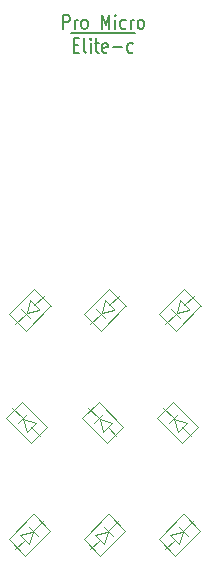
<source format=gto>
G04 #@! TF.GenerationSoftware,KiCad,Pcbnew,(5.1.10-1-10_14)*
G04 #@! TF.CreationDate,2021-09-20T15:56:21+08:00*
G04 #@! TF.ProjectId,SMP v.2,534d5020-762e-4322-9e6b-696361645f70,rev?*
G04 #@! TF.SameCoordinates,Original*
G04 #@! TF.FileFunction,Legend,Top*
G04 #@! TF.FilePolarity,Positive*
%FSLAX46Y46*%
G04 Gerber Fmt 4.6, Leading zero omitted, Abs format (unit mm)*
G04 Created by KiCad (PCBNEW (5.1.10-1-10_14)) date 2021-09-20 15:56:21*
%MOMM*%
%LPD*%
G01*
G04 APERTURE LIST*
%ADD10C,0.200000*%
%ADD11C,0.120000*%
%ADD12C,1.000000*%
%ADD13C,0.100000*%
%ADD14C,2.250000*%
%ADD15C,3.987800*%
%ADD16C,1.750000*%
%ADD17C,1.752600*%
%ADD18R,1.752600X1.752600*%
%ADD19C,6.400000*%
G04 APERTURE END LIST*
D10*
X121233038Y-79696257D02*
X121233038Y-78496257D01*
X121613990Y-78496257D01*
X121709228Y-78553400D01*
X121756847Y-78610542D01*
X121804466Y-78724828D01*
X121804466Y-78896257D01*
X121756847Y-79010542D01*
X121709228Y-79067685D01*
X121613990Y-79124828D01*
X121233038Y-79124828D01*
X122233038Y-79696257D02*
X122233038Y-78896257D01*
X122233038Y-79124828D02*
X122280657Y-79010542D01*
X122328276Y-78953400D01*
X122423514Y-78896257D01*
X122518752Y-78896257D01*
X122994942Y-79696257D02*
X122899704Y-79639114D01*
X122852085Y-79581971D01*
X122804466Y-79467685D01*
X122804466Y-79124828D01*
X122852085Y-79010542D01*
X122899704Y-78953400D01*
X122994942Y-78896257D01*
X123137800Y-78896257D01*
X123233038Y-78953400D01*
X123280657Y-79010542D01*
X123328276Y-79124828D01*
X123328276Y-79467685D01*
X123280657Y-79581971D01*
X123233038Y-79639114D01*
X123137800Y-79696257D01*
X122994942Y-79696257D01*
X124518752Y-79696257D02*
X124518752Y-78496257D01*
X124852085Y-79353400D01*
X125185419Y-78496257D01*
X125185419Y-79696257D01*
X125661609Y-79696257D02*
X125661609Y-78896257D01*
X125661609Y-78496257D02*
X125613990Y-78553400D01*
X125661609Y-78610542D01*
X125709228Y-78553400D01*
X125661609Y-78496257D01*
X125661609Y-78610542D01*
X126566371Y-79639114D02*
X126471133Y-79696257D01*
X126280657Y-79696257D01*
X126185419Y-79639114D01*
X126137800Y-79581971D01*
X126090180Y-79467685D01*
X126090180Y-79124828D01*
X126137800Y-79010542D01*
X126185419Y-78953400D01*
X126280657Y-78896257D01*
X126471133Y-78896257D01*
X126566371Y-78953400D01*
X126994942Y-79696257D02*
X126994942Y-78896257D01*
X126994942Y-79124828D02*
X127042561Y-79010542D01*
X127090180Y-78953400D01*
X127185419Y-78896257D01*
X127280657Y-78896257D01*
X127756847Y-79696257D02*
X127661609Y-79639114D01*
X127613990Y-79581971D01*
X127566371Y-79467685D01*
X127566371Y-79124828D01*
X127613990Y-79010542D01*
X127661609Y-78953400D01*
X127756847Y-78896257D01*
X127899704Y-78896257D01*
X127994942Y-78953400D01*
X128042561Y-79010542D01*
X128090180Y-79124828D01*
X128090180Y-79467685D01*
X128042561Y-79581971D01*
X127994942Y-79639114D01*
X127899704Y-79696257D01*
X127756847Y-79696257D01*
X121923514Y-80029400D02*
X122828276Y-80029400D01*
X122161609Y-81067685D02*
X122494942Y-81067685D01*
X122637800Y-81696257D02*
X122161609Y-81696257D01*
X122161609Y-80496257D01*
X122637800Y-80496257D01*
X122828276Y-80029400D02*
X123352085Y-80029400D01*
X123209228Y-81696257D02*
X123113990Y-81639114D01*
X123066371Y-81524828D01*
X123066371Y-80496257D01*
X123352085Y-80029400D02*
X123828276Y-80029400D01*
X123590180Y-81696257D02*
X123590180Y-80896257D01*
X123590180Y-80496257D02*
X123542561Y-80553400D01*
X123590180Y-80610542D01*
X123637800Y-80553400D01*
X123590180Y-80496257D01*
X123590180Y-80610542D01*
X123828276Y-80029400D02*
X124399704Y-80029400D01*
X123923514Y-80896257D02*
X124304466Y-80896257D01*
X124066371Y-80496257D02*
X124066371Y-81524828D01*
X124113990Y-81639114D01*
X124209228Y-81696257D01*
X124304466Y-81696257D01*
X124399704Y-80029400D02*
X125256847Y-80029400D01*
X125018752Y-81639114D02*
X124923514Y-81696257D01*
X124733038Y-81696257D01*
X124637800Y-81639114D01*
X124590180Y-81524828D01*
X124590180Y-81067685D01*
X124637800Y-80953400D01*
X124733038Y-80896257D01*
X124923514Y-80896257D01*
X125018752Y-80953400D01*
X125066371Y-81067685D01*
X125066371Y-81181971D01*
X124590180Y-81296257D01*
X125256847Y-80029400D02*
X126494942Y-80029400D01*
X125494942Y-81239114D02*
X126256847Y-81239114D01*
X126494942Y-80029400D02*
X127352085Y-80029400D01*
X127161609Y-81639114D02*
X127066371Y-81696257D01*
X126875895Y-81696257D01*
X126780657Y-81639114D01*
X126733038Y-81581971D01*
X126685419Y-81467685D01*
X126685419Y-81124828D01*
X126733038Y-81010542D01*
X126780657Y-80953400D01*
X126875895Y-80896257D01*
X127066371Y-80896257D01*
X127161609Y-80953400D01*
D11*
X118751813Y-120778373D02*
X116651706Y-122878480D01*
X120173098Y-122185516D02*
X118051778Y-124292694D01*
X116644635Y-122885551D02*
X118051778Y-124292694D01*
X117210321Y-123748222D02*
X118002280Y-122956262D01*
X119656910Y-121301632D02*
X118751813Y-122206729D01*
X118758884Y-120771302D02*
X120173098Y-122185516D01*
X118674032Y-122284511D02*
X118384118Y-123338100D01*
X118659889Y-122284511D02*
X117641656Y-122553211D01*
X117620443Y-122574424D02*
X118384118Y-123338100D01*
X118362905Y-121831962D02*
X119126580Y-122595638D01*
X125101813Y-120778373D02*
X123001706Y-122878480D01*
X126523098Y-122185516D02*
X124401778Y-124292694D01*
X122994635Y-122885551D02*
X124401778Y-124292694D01*
X123560321Y-123748222D02*
X124352280Y-122956262D01*
X126006910Y-121301632D02*
X125101813Y-122206729D01*
X125108884Y-120771302D02*
X126523098Y-122185516D01*
X125024032Y-122284511D02*
X124734118Y-123338100D01*
X125009889Y-122284511D02*
X123991656Y-122553211D01*
X123970443Y-122574424D02*
X124734118Y-123338100D01*
X124712905Y-121831962D02*
X125476580Y-122595638D01*
X131451813Y-120778373D02*
X129351706Y-122878480D01*
X132873098Y-122185516D02*
X130751778Y-124292694D01*
X129344635Y-122885551D02*
X130751778Y-124292694D01*
X129910321Y-123748222D02*
X130702280Y-122956262D01*
X132356910Y-121301632D02*
X131451813Y-122206729D01*
X131458884Y-120771302D02*
X132873098Y-122185516D01*
X131374032Y-122284511D02*
X131084118Y-123338100D01*
X131359889Y-122284511D02*
X130341656Y-122553211D01*
X130320443Y-122574424D02*
X131084118Y-123338100D01*
X131062905Y-121831962D02*
X131826580Y-122595638D01*
X116400547Y-112667587D02*
X118500654Y-114767694D01*
X117807690Y-111246302D02*
X119914868Y-113367622D01*
X118507725Y-114774765D02*
X119914868Y-113367622D01*
X119370396Y-114209079D02*
X118578436Y-113417120D01*
X116923806Y-111762490D02*
X117828903Y-112667587D01*
X116393476Y-112660516D02*
X117807690Y-111246302D01*
X117906685Y-112745368D02*
X118960274Y-113035282D01*
X117906685Y-112759511D02*
X118175385Y-113777744D01*
X118196598Y-113798957D02*
X118960274Y-113035282D01*
X117454136Y-113056495D02*
X118217812Y-112292820D01*
X122854823Y-112667587D02*
X124954930Y-114767694D01*
X124261966Y-111246302D02*
X126369144Y-113367622D01*
X124962001Y-114774765D02*
X126369144Y-113367622D01*
X125824672Y-114209079D02*
X125032712Y-113417120D01*
X123378082Y-111762490D02*
X124283179Y-112667587D01*
X122847752Y-112660516D02*
X124261966Y-111246302D01*
X124360961Y-112745368D02*
X125414550Y-113035282D01*
X124360961Y-112759511D02*
X124629661Y-113777744D01*
X124650874Y-113798957D02*
X125414550Y-113035282D01*
X123908412Y-113056495D02*
X124672088Y-112292820D01*
X129184503Y-112667587D02*
X131284610Y-114767694D01*
X130591646Y-111246302D02*
X132698824Y-113367622D01*
X131291681Y-114774765D02*
X132698824Y-113367622D01*
X132154352Y-114209079D02*
X131362392Y-113417120D01*
X129707762Y-111762490D02*
X130612859Y-112667587D01*
X129177432Y-112660516D02*
X130591646Y-111246302D01*
X130690641Y-112745368D02*
X131744230Y-113035282D01*
X130690641Y-112759511D02*
X130959341Y-113777744D01*
X130980554Y-113798957D02*
X131744230Y-113035282D01*
X130238092Y-113056495D02*
X131001768Y-112292820D01*
X130787133Y-105235315D02*
X132887240Y-103135208D01*
X129365848Y-103828172D02*
X131487168Y-101720994D01*
X132894311Y-103128137D02*
X131487168Y-101720994D01*
X132328625Y-102265466D02*
X131536666Y-103057426D01*
X129882036Y-104712056D02*
X130787133Y-103806959D01*
X130780062Y-105242386D02*
X129365848Y-103828172D01*
X130864914Y-103729177D02*
X131154828Y-102675588D01*
X130879057Y-103729177D02*
X131897290Y-103460477D01*
X131918503Y-103439264D02*
X131154828Y-102675588D01*
X131176041Y-104181726D02*
X130412366Y-103418050D01*
X124437133Y-105235315D02*
X126537240Y-103135208D01*
X123015848Y-103828172D02*
X125137168Y-101720994D01*
X126544311Y-103128137D02*
X125137168Y-101720994D01*
X125978625Y-102265466D02*
X125186666Y-103057426D01*
X123532036Y-104712056D02*
X124437133Y-103806959D01*
X124430062Y-105242386D02*
X123015848Y-103828172D01*
X124514914Y-103729177D02*
X124804828Y-102675588D01*
X124529057Y-103729177D02*
X125547290Y-103460477D01*
X125568503Y-103439264D02*
X124804828Y-102675588D01*
X124826041Y-104181726D02*
X124062366Y-103418050D01*
X118087133Y-105235315D02*
X120187240Y-103135208D01*
X116665848Y-103828172D02*
X118787168Y-101720994D01*
X120194311Y-103128137D02*
X118787168Y-101720994D01*
X119628625Y-102265466D02*
X118836666Y-103057426D01*
X117182036Y-104712056D02*
X118087133Y-103806959D01*
X118080062Y-105242386D02*
X116665848Y-103828172D01*
X118164914Y-103729177D02*
X118454828Y-102675588D01*
X118179057Y-103729177D02*
X119197290Y-103460477D01*
X119218503Y-103439264D02*
X118454828Y-102675588D01*
X118476041Y-104181726D02*
X117712366Y-103418050D01*
%LPC*%
D12*
X108094801Y-128577340D02*
X108094801Y-66194940D01*
X200459599Y-128577340D02*
X200459599Y-66194940D01*
X110817660Y-131274799D02*
X197637400Y-131246838D01*
X110820200Y-63340001D02*
X197637400Y-63340001D01*
G36*
G01*
X117189107Y-123755293D02*
X117189107Y-123755293D01*
G75*
G02*
X117189107Y-124886663I-565685J-565685D01*
G01*
X117189107Y-124886663D01*
G75*
G02*
X116057737Y-124886663I-565685J565685D01*
G01*
X116057737Y-124886663D01*
G75*
G02*
X116057737Y-123755293I565685J565685D01*
G01*
X116057737Y-123755293D01*
G75*
G02*
X117189107Y-123755293I565685J-565685D01*
G01*
G37*
D13*
G36*
X120215524Y-119597505D02*
G01*
X121346895Y-120728876D01*
X120215524Y-121860247D01*
X119084153Y-120728876D01*
X120215524Y-119597505D01*
G37*
G36*
G01*
X123539107Y-123755293D02*
X123539107Y-123755293D01*
G75*
G02*
X123539107Y-124886663I-565685J-565685D01*
G01*
X123539107Y-124886663D01*
G75*
G02*
X122407737Y-124886663I-565685J565685D01*
G01*
X122407737Y-124886663D01*
G75*
G02*
X122407737Y-123755293I565685J565685D01*
G01*
X122407737Y-123755293D01*
G75*
G02*
X123539107Y-123755293I565685J-565685D01*
G01*
G37*
G36*
X126565524Y-119597505D02*
G01*
X127696895Y-120728876D01*
X126565524Y-121860247D01*
X125434153Y-120728876D01*
X126565524Y-119597505D01*
G37*
G36*
G01*
X129889107Y-123755293D02*
X129889107Y-123755293D01*
G75*
G02*
X129889107Y-124886663I-565685J-565685D01*
G01*
X129889107Y-124886663D01*
G75*
G02*
X128757737Y-124886663I-565685J565685D01*
G01*
X128757737Y-124886663D01*
G75*
G02*
X128757737Y-123755293I565685J565685D01*
G01*
X128757737Y-123755293D01*
G75*
G02*
X129889107Y-123755293I565685J-565685D01*
G01*
G37*
G36*
X132915524Y-119597505D02*
G01*
X134046895Y-120728876D01*
X132915524Y-121860247D01*
X131784153Y-120728876D01*
X132915524Y-119597505D01*
G37*
G36*
G01*
X119377467Y-114230293D02*
X119377467Y-114230293D01*
G75*
G02*
X120508837Y-114230293I565685J-565685D01*
G01*
X120508837Y-114230293D01*
G75*
G02*
X120508837Y-115361663I-565685J-565685D01*
G01*
X120508837Y-115361663D01*
G75*
G02*
X119377467Y-115361663I-565685J565685D01*
G01*
X119377467Y-115361663D01*
G75*
G02*
X119377467Y-114230293I565685J565685D01*
G01*
G37*
G36*
X115219679Y-111203876D02*
G01*
X116351050Y-110072505D01*
X117482421Y-111203876D01*
X116351050Y-112335247D01*
X115219679Y-111203876D01*
G37*
G36*
G01*
X125831743Y-114230293D02*
X125831743Y-114230293D01*
G75*
G02*
X126963113Y-114230293I565685J-565685D01*
G01*
X126963113Y-114230293D01*
G75*
G02*
X126963113Y-115361663I-565685J-565685D01*
G01*
X126963113Y-115361663D01*
G75*
G02*
X125831743Y-115361663I-565685J565685D01*
G01*
X125831743Y-115361663D01*
G75*
G02*
X125831743Y-114230293I565685J565685D01*
G01*
G37*
G36*
X121673955Y-111203876D02*
G01*
X122805326Y-110072505D01*
X123936697Y-111203876D01*
X122805326Y-112335247D01*
X121673955Y-111203876D01*
G37*
G36*
G01*
X132161423Y-114230293D02*
X132161423Y-114230293D01*
G75*
G02*
X133292793Y-114230293I565685J-565685D01*
G01*
X133292793Y-114230293D01*
G75*
G02*
X133292793Y-115361663I-565685J-565685D01*
G01*
X133292793Y-115361663D01*
G75*
G02*
X132161423Y-115361663I-565685J565685D01*
G01*
X132161423Y-115361663D01*
G75*
G02*
X132161423Y-114230293I565685J565685D01*
G01*
G37*
G36*
X128003635Y-111203876D02*
G01*
X129135006Y-110072505D01*
X130266377Y-111203876D01*
X129135006Y-112335247D01*
X128003635Y-111203876D01*
G37*
G36*
G01*
X132349839Y-102258395D02*
X132349839Y-102258395D01*
G75*
G02*
X132349839Y-101127025I565685J565685D01*
G01*
X132349839Y-101127025D01*
G75*
G02*
X133481209Y-101127025I565685J-565685D01*
G01*
X133481209Y-101127025D01*
G75*
G02*
X133481209Y-102258395I-565685J-565685D01*
G01*
X133481209Y-102258395D01*
G75*
G02*
X132349839Y-102258395I-565685J565685D01*
G01*
G37*
G36*
X129323422Y-106416183D02*
G01*
X128192051Y-105284812D01*
X129323422Y-104153441D01*
X130454793Y-105284812D01*
X129323422Y-106416183D01*
G37*
G36*
G01*
X125999839Y-102258395D02*
X125999839Y-102258395D01*
G75*
G02*
X125999839Y-101127025I565685J565685D01*
G01*
X125999839Y-101127025D01*
G75*
G02*
X127131209Y-101127025I565685J-565685D01*
G01*
X127131209Y-101127025D01*
G75*
G02*
X127131209Y-102258395I-565685J-565685D01*
G01*
X127131209Y-102258395D01*
G75*
G02*
X125999839Y-102258395I-565685J565685D01*
G01*
G37*
G36*
X122973422Y-106416183D02*
G01*
X121842051Y-105284812D01*
X122973422Y-104153441D01*
X124104793Y-105284812D01*
X122973422Y-106416183D01*
G37*
G36*
G01*
X119649839Y-102258395D02*
X119649839Y-102258395D01*
G75*
G02*
X119649839Y-101127025I565685J565685D01*
G01*
X119649839Y-101127025D01*
G75*
G02*
X120781209Y-101127025I565685J-565685D01*
G01*
X120781209Y-101127025D01*
G75*
G02*
X120781209Y-102258395I-565685J-565685D01*
G01*
X120781209Y-102258395D01*
G75*
G02*
X119649839Y-102258395I-565685J565685D01*
G01*
G37*
G36*
X116623422Y-106416183D02*
G01*
X115492051Y-105284812D01*
X116623422Y-104153441D01*
X117754793Y-105284812D01*
X116623422Y-106416183D01*
G37*
D14*
X147815300Y-73177400D03*
D15*
X145275300Y-78257400D03*
D14*
X141465300Y-75717400D03*
D16*
X140195300Y-78257400D03*
X150355300Y-78257400D03*
D14*
X166865300Y-73177400D03*
D15*
X164325300Y-78257400D03*
D14*
X160515300Y-75717400D03*
D16*
X159245300Y-78257400D03*
X169405300Y-78257400D03*
D14*
X185915300Y-73177400D03*
D15*
X183375300Y-78257400D03*
D14*
X179565300Y-75717400D03*
D16*
X178295300Y-78257400D03*
X188455300Y-78257400D03*
D14*
X147815300Y-92227400D03*
D15*
X145275300Y-97307400D03*
D14*
X141465300Y-94767400D03*
D16*
X140195300Y-97307400D03*
X150355300Y-97307400D03*
D14*
X185915300Y-92227400D03*
D15*
X183375300Y-97307400D03*
D14*
X179565300Y-94767400D03*
D16*
X178295300Y-97307400D03*
X188455300Y-97307400D03*
D14*
X166865300Y-111277400D03*
D15*
X164325300Y-116357400D03*
D14*
X160515300Y-113817400D03*
D16*
X159245300Y-116357400D03*
X169405300Y-116357400D03*
D14*
X185915300Y-111277400D03*
D15*
X183375300Y-116357400D03*
D14*
X179565300Y-113817400D03*
D16*
X178295300Y-116357400D03*
X188455300Y-116357400D03*
D14*
X147815300Y-111277400D03*
D15*
X145275300Y-116357400D03*
D14*
X141465300Y-113817400D03*
D16*
X140195300Y-116357400D03*
X150355300Y-116357400D03*
D14*
X166865300Y-92227400D03*
D15*
X164325300Y-97307400D03*
D14*
X160515300Y-94767400D03*
D16*
X159245300Y-97307400D03*
X169405300Y-97307400D03*
D17*
X119583200Y-95986600D03*
X122123200Y-95529400D03*
X124663200Y-95986600D03*
X127203200Y-95529400D03*
X129743200Y-95986600D03*
X132511800Y-67818000D03*
X117271800Y-95758000D03*
X132054600Y-70358000D03*
X132511800Y-72898000D03*
X132054600Y-75438000D03*
X132511800Y-77978000D03*
X132054600Y-80518000D03*
X132511800Y-83058000D03*
X132054600Y-85598000D03*
X132511800Y-88138000D03*
X132054600Y-90678000D03*
X132511800Y-93218000D03*
X132054600Y-95758000D03*
X116814600Y-93218000D03*
X117271800Y-90678000D03*
X116814600Y-88138000D03*
X117271800Y-85598000D03*
X116814600Y-83058000D03*
X117271800Y-80518000D03*
X116814600Y-77978000D03*
X117271800Y-75438000D03*
X116814600Y-72898000D03*
X117271800Y-70358000D03*
D18*
X116814600Y-67818000D03*
D19*
X110794800Y-66040000D03*
X197759600Y-66040000D03*
X110794800Y-128574800D03*
X197713055Y-128549400D03*
M02*

</source>
